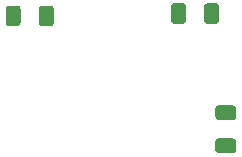
<source format=gbr>
G04 #@! TF.GenerationSoftware,KiCad,Pcbnew,(5.1.10)-1*
G04 #@! TF.CreationDate,2021-09-04T13:13:49-05:00*
G04 #@! TF.ProjectId,2b1,3262312e-6b69-4636-9164-5f7063625858,rev?*
G04 #@! TF.SameCoordinates,Original*
G04 #@! TF.FileFunction,Paste,Top*
G04 #@! TF.FilePolarity,Positive*
%FSLAX46Y46*%
G04 Gerber Fmt 4.6, Leading zero omitted, Abs format (unit mm)*
G04 Created by KiCad (PCBNEW (5.1.10)-1) date 2021-09-04 13:13:49*
%MOMM*%
%LPD*%
G01*
G04 APERTURE LIST*
G04 APERTURE END LIST*
G36*
G01*
X152575000Y-90175000D02*
X153825000Y-90175000D01*
G75*
G02*
X154075000Y-90425000I0J-250000D01*
G01*
X154075000Y-91175000D01*
G75*
G02*
X153825000Y-91425000I-250000J0D01*
G01*
X152575000Y-91425000D01*
G75*
G02*
X152325000Y-91175000I0J250000D01*
G01*
X152325000Y-90425000D01*
G75*
G02*
X152575000Y-90175000I250000J0D01*
G01*
G37*
G36*
G01*
X152575000Y-87375000D02*
X153825000Y-87375000D01*
G75*
G02*
X154075000Y-87625000I0J-250000D01*
G01*
X154075000Y-88375000D01*
G75*
G02*
X153825000Y-88625000I-250000J0D01*
G01*
X152575000Y-88625000D01*
G75*
G02*
X152325000Y-88375000I0J250000D01*
G01*
X152325000Y-87625000D01*
G75*
G02*
X152575000Y-87375000I250000J0D01*
G01*
G37*
G36*
G01*
X137375000Y-80425000D02*
X137375000Y-79175000D01*
G75*
G02*
X137625000Y-78925000I250000J0D01*
G01*
X138375000Y-78925000D01*
G75*
G02*
X138625000Y-79175000I0J-250000D01*
G01*
X138625000Y-80425000D01*
G75*
G02*
X138375000Y-80675000I-250000J0D01*
G01*
X137625000Y-80675000D01*
G75*
G02*
X137375000Y-80425000I0J250000D01*
G01*
G37*
G36*
G01*
X134575000Y-80425000D02*
X134575000Y-79175000D01*
G75*
G02*
X134825000Y-78925000I250000J0D01*
G01*
X135575000Y-78925000D01*
G75*
G02*
X135825000Y-79175000I0J-250000D01*
G01*
X135825000Y-80425000D01*
G75*
G02*
X135575000Y-80675000I-250000J0D01*
G01*
X134825000Y-80675000D01*
G75*
G02*
X134575000Y-80425000I0J250000D01*
G01*
G37*
G36*
G01*
X151375000Y-80225000D02*
X151375000Y-78975000D01*
G75*
G02*
X151625000Y-78725000I250000J0D01*
G01*
X152375000Y-78725000D01*
G75*
G02*
X152625000Y-78975000I0J-250000D01*
G01*
X152625000Y-80225000D01*
G75*
G02*
X152375000Y-80475000I-250000J0D01*
G01*
X151625000Y-80475000D01*
G75*
G02*
X151375000Y-80225000I0J250000D01*
G01*
G37*
G36*
G01*
X148575000Y-80225000D02*
X148575000Y-78975000D01*
G75*
G02*
X148825000Y-78725000I250000J0D01*
G01*
X149575000Y-78725000D01*
G75*
G02*
X149825000Y-78975000I0J-250000D01*
G01*
X149825000Y-80225000D01*
G75*
G02*
X149575000Y-80475000I-250000J0D01*
G01*
X148825000Y-80475000D01*
G75*
G02*
X148575000Y-80225000I0J250000D01*
G01*
G37*
M02*

</source>
